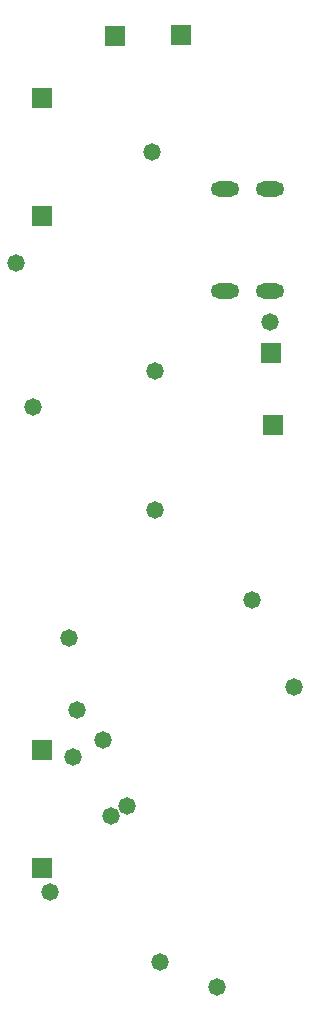
<source format=gbr>
%TF.GenerationSoftware,Altium Limited,Altium Designer,22.2.1 (43)*%
G04 Layer_Color=8388736*
%FSLAX45Y45*%
%MOMM*%
%TF.SameCoordinates,1A700276-89F6-4FF8-B3D7-4A67EA63658B*%
%TF.FilePolarity,Negative*%
%TF.FileFunction,Soldermask,Top*%
%TF.Part,Single*%
G01*
G75*
%TA.AperFunction,ComponentPad*%
%ADD49O,2.40320X1.30320*%
%ADD50R,1.70320X1.70320*%
%ADD51R,1.70320X1.70320*%
%TA.AperFunction,ViaPad*%
%ADD52C,1.47320*%
D49*
X15202901Y11151001D02*
D03*
Y10287000D02*
D03*
X15582899Y11151001D02*
D03*
Y10287000D02*
D03*
D50*
X15595599Y9766300D02*
D03*
X14833600Y12458700D02*
D03*
X14274800Y12446000D02*
D03*
X15608299Y9156700D02*
D03*
D51*
X13652499Y6400876D02*
D03*
Y10922000D02*
D03*
Y5400878D02*
D03*
Y11925300D02*
D03*
D52*
X14587219Y11460480D02*
D03*
X15786099Y6936740D02*
D03*
X13954761Y6742506D02*
D03*
X13726160Y5196840D02*
D03*
X13881100Y7353300D02*
D03*
X13436600Y10525760D02*
D03*
X13919200Y6340099D02*
D03*
X13583920Y9304020D02*
D03*
X14173199Y6484620D02*
D03*
X15430499Y7668260D02*
D03*
X15588478Y10027422D02*
D03*
X14615160Y9613900D02*
D03*
Y8435340D02*
D03*
X14236700Y5842000D02*
D03*
X14658340Y4610100D02*
D03*
X14376401Y5928360D02*
D03*
X15138400Y4394200D02*
D03*
%TF.MD5,815d2e482c5971de0af8019af4a2cee9*%
M02*

</source>
